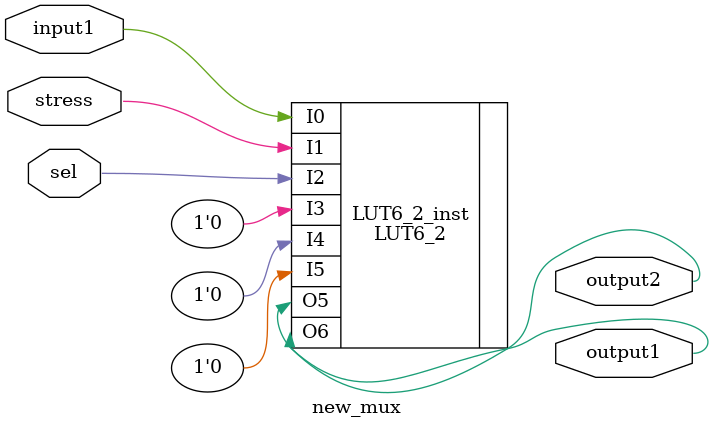
<source format=v>
`timescale 1ns / 1ps


module new_mux(
 (*DONT_TOUCH= "true"*)    input sel,
 (*DONT_TOUCH= "true"*)    input stress,
 (*DONT_TOUCH= "true"*)    input input1,
 (*DONT_TOUCH= "true"*)   output output1,
 (*DONT_TOUCH= "true"*)   output output2
    );
// LUT6_2: 6-input, 2 output Look-Up Table
// 7 Series
// Xilinx HDL Libraries Guide, version 14.7
(* LOCK_PINS="I0:A1, I1:A2, I2:A3, I3:A6, I4:A4, I5:A5" *)
LUT6_2 #(
.INIT(64'hACACACACACACACAC) // Specify LUT Contents
) LUT6_2_inst (
.O6(output1), // 1-bit LUT6 output
.O5(output2), // 1-bit lower LUT5 output
.I0(input1), // 1-bit LUT input
.I1(stress), // 1-bit LUT input
.I2(sel), // 1-bit LUT input
.I3(1'b0), // 1-bit LUT input
.I4(1'b0), // 1-bit LUT input
.I5(1'b0) // 1-bit LUT input (fast MUX select only available to O6 output)
);
// End of LUT6_2_inst instantiation
endmodule

</source>
